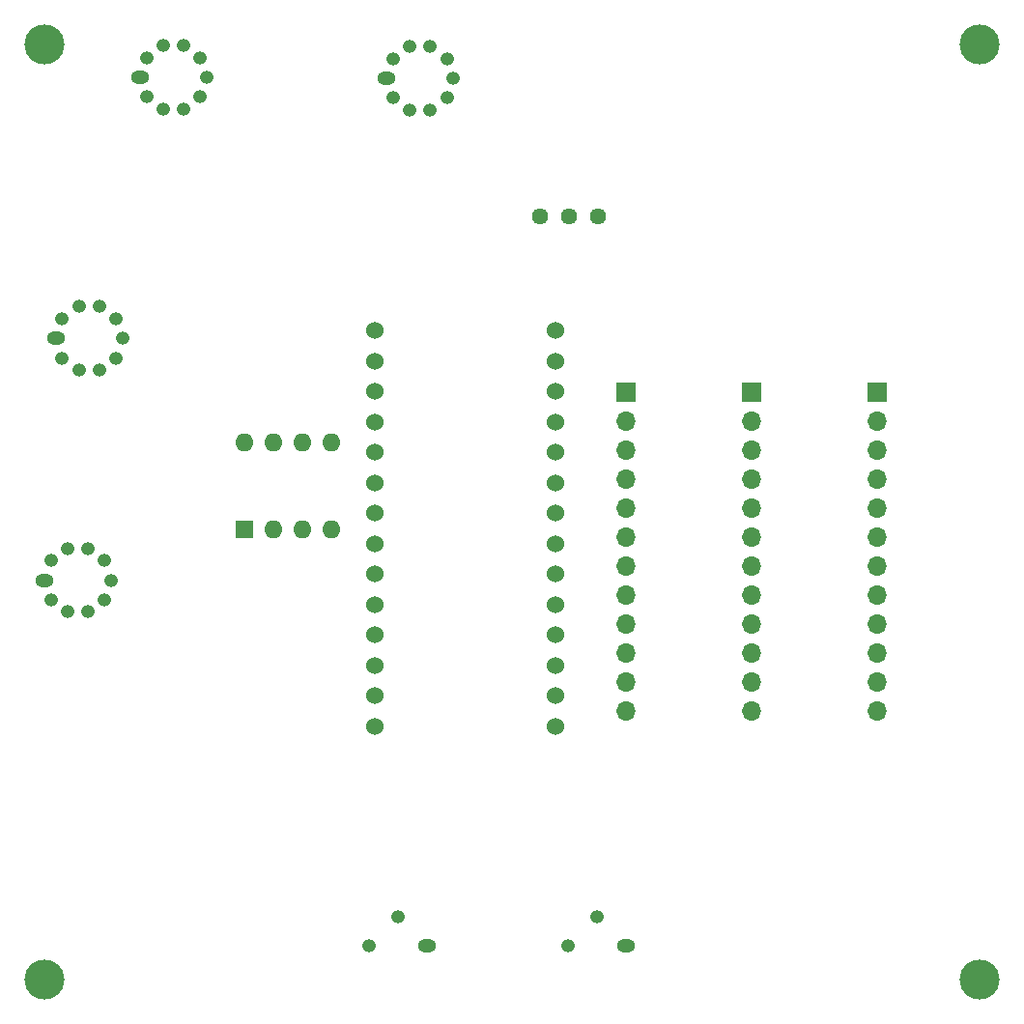
<source format=gbr>
G04 #@! TF.GenerationSoftware,KiCad,Pcbnew,(5.1.4)-1*
G04 #@! TF.CreationDate,2020-03-03T19:21:21-05:00*
G04 #@! TF.ProjectId,Main_Board,4d61696e-5f42-46f6-9172-642e6b696361,rev?*
G04 #@! TF.SameCoordinates,Original*
G04 #@! TF.FileFunction,Soldermask,Bot*
G04 #@! TF.FilePolarity,Negative*
%FSLAX46Y46*%
G04 Gerber Fmt 4.6, Leading zero omitted, Abs format (unit mm)*
G04 Created by KiCad (PCBNEW (5.1.4)-1) date 2020-03-03 19:21:21*
%MOMM*%
%LPD*%
G04 APERTURE LIST*
%ADD10O,1.700000X1.700000*%
%ADD11R,1.700000X1.700000*%
%ADD12C,1.440000*%
%ADD13O,1.200000X1.200000*%
%ADD14O,1.600000X1.200000*%
%ADD15C,1.524000*%
%ADD16O,1.600000X1.600000*%
%ADD17R,1.600000X1.600000*%
%ADD18C,3.500000*%
G04 APERTURE END LIST*
D10*
X89000000Y-143440000D03*
X89000000Y-140900000D03*
X89000000Y-138360000D03*
X89000000Y-135820000D03*
X89000000Y-133280000D03*
X89000000Y-130740000D03*
X89000000Y-128200000D03*
X89000000Y-125660000D03*
X89000000Y-123120000D03*
X89000000Y-120580000D03*
X89000000Y-118040000D03*
D11*
X89000000Y-115500000D03*
D12*
X59434500Y-100113500D03*
X61974500Y-100113500D03*
X64514500Y-100113500D03*
D13*
X17557670Y-109083667D03*
X19017670Y-108022915D03*
X20822330Y-108022915D03*
X22282330Y-109083667D03*
X22840000Y-110800000D03*
X22282330Y-112516333D03*
X20822330Y-113577085D03*
X19017670Y-113577085D03*
X17557670Y-112516333D03*
D14*
X17000000Y-110800000D03*
D15*
X60760000Y-144781000D03*
X60760000Y-142114000D03*
X60760000Y-139447000D03*
X60760000Y-136780000D03*
X60760000Y-134113000D03*
X60760000Y-131446000D03*
X60760000Y-128779000D03*
X60760000Y-126112000D03*
X60760000Y-123445000D03*
X60760000Y-120778000D03*
X60760000Y-118111000D03*
X60760000Y-115444000D03*
X60760000Y-112777000D03*
X60760000Y-110110000D03*
X44960000Y-144784000D03*
X44960000Y-142117000D03*
X44960000Y-139450000D03*
X44960000Y-136783000D03*
X44960000Y-134116000D03*
X44960000Y-131449000D03*
X44960000Y-128782000D03*
X44960000Y-126115000D03*
X44960000Y-123448000D03*
X44960000Y-120781000D03*
X44960000Y-118114000D03*
X44960000Y-115447000D03*
X44960000Y-112780000D03*
X44960000Y-110110000D03*
D16*
X33500000Y-119880000D03*
X41120000Y-127500000D03*
X36040000Y-119880000D03*
X38580000Y-127500000D03*
X38580000Y-119880000D03*
X36040000Y-127500000D03*
X41120000Y-119880000D03*
D17*
X33500000Y-127500000D03*
D18*
X16000000Y-167000000D03*
X98000000Y-85000000D03*
X16000000Y-85000000D03*
X98000000Y-167000000D03*
D10*
X78000000Y-143440000D03*
X78000000Y-140900000D03*
X78000000Y-138360000D03*
X78000000Y-135820000D03*
X78000000Y-133280000D03*
X78000000Y-130740000D03*
X78000000Y-128200000D03*
X78000000Y-125660000D03*
X78000000Y-123120000D03*
X78000000Y-120580000D03*
X78000000Y-118040000D03*
D11*
X78000000Y-115500000D03*
D10*
X67000000Y-143440000D03*
X67000000Y-140900000D03*
X67000000Y-138360000D03*
X67000000Y-135820000D03*
X67000000Y-133280000D03*
X67000000Y-130740000D03*
X67000000Y-128200000D03*
X67000000Y-125660000D03*
X67000000Y-123120000D03*
X67000000Y-120580000D03*
X67000000Y-118040000D03*
D11*
X67000000Y-115500000D03*
D13*
X61920000Y-164000000D03*
X64460000Y-161460000D03*
D14*
X67000000Y-164000000D03*
D13*
X44420000Y-164000000D03*
X46960000Y-161460000D03*
D14*
X49500000Y-164000000D03*
D13*
X16557670Y-130283667D03*
X18017670Y-129222915D03*
X19822330Y-129222915D03*
X21282330Y-130283667D03*
X21840000Y-132000000D03*
X21282330Y-133716333D03*
X19822330Y-134777085D03*
X18017670Y-134777085D03*
X16557670Y-133716333D03*
D14*
X16000000Y-132000000D03*
D13*
X46557670Y-86283667D03*
X48017670Y-85222915D03*
X49822330Y-85222915D03*
X51282330Y-86283667D03*
X51840000Y-88000000D03*
X51282330Y-89716333D03*
X49822330Y-90777085D03*
X48017670Y-90777085D03*
X46557670Y-89716333D03*
D14*
X46000000Y-88000000D03*
D13*
X24949070Y-86207467D03*
X26409070Y-85146715D03*
X28213730Y-85146715D03*
X29673730Y-86207467D03*
X30231400Y-87923800D03*
X29673730Y-89640133D03*
X28213730Y-90700885D03*
X26409070Y-90700885D03*
X24949070Y-89640133D03*
D14*
X24391400Y-87923800D03*
M02*

</source>
